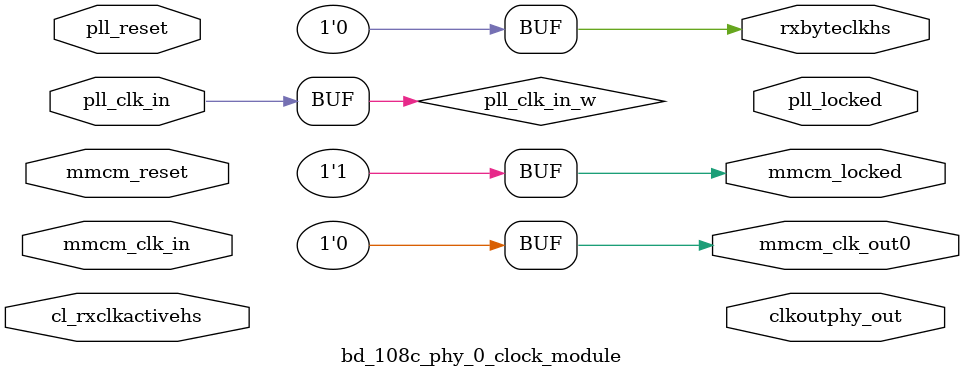
<source format=v>

`timescale 1ps/1ps

(* DowngradeIPIdentifiedWarnings="yes" *)
module bd_108c_phy_0_clock_module
#(
   parameter C_DPHY_LANES = 2,
   parameter MTBF_SYNC_STAGES = 3,
   parameter C_HS_LINE_RATE = 1000,
   parameter C_STABLE_CLK_PERIOD = 10,
   parameter C_TXPLL_CLKIN_PERIOD = 8.0,
   parameter EN_DPHY_IO = 1
   )
   (
       input               mmcm_clk_in,
       output              mmcm_clk_out0,
       input               cl_rxclkactivehs,
       output              rxbyteclkhs,
       input               pll_clk_in,
       output              clkoutphy_out,
       output              pll_locked,
       input               pll_reset,
       output              mmcm_locked,
       input               mmcm_reset
   );

   wire               pll_clk_in_w;
   wire               pll_locked_w;
   wire               pll_locked_sync;
   reg                clkoutphy_en;
   reg  [7:0]         clkoutphy_en_cntr;


assign  rxbyteclkhs   = 1'b0;
assign  mmcm_locked   = 1'b1;
assign  mmcm_clk_out0 = 1'b0;
assign  pll_clk_in_w  = pll_clk_in;

   //TXPLL Attributes for 1500 MHz CLKOUTPHY
   localparam  C_TXPLL_CLKIN_PERIOD_T   = 5.000;
   localparam  C_TXPLL_CLKOUTPHY_MODE   = "VCO";
   localparam  C_PLL_DIVCLK_DIVIDE      = 2;
   localparam  C_TXPLL_CLKFBOUT_MULT    = 15;
   localparam  C_TXPLL_CLKOUT0_DIVIDE   = 8;
   localparam  C_TXPLL_CLKOUT1_DIVIDE   = 8;

// This below logic will not get generated for Design (i.e. It will be
// generated for Exdes)
// As this module itself will not get generated if support level is 0
// This module is being used for Exdes So below logic has to be there

// ONLY FOR VERSAL 
//
// This below logic will not get generated for Design (i.e. It will be
// generated for Exdes)
// As this module itself will not get generated if support level is 0
// This module is being used for Exdes So below logic has to be there

endmodule


</source>
